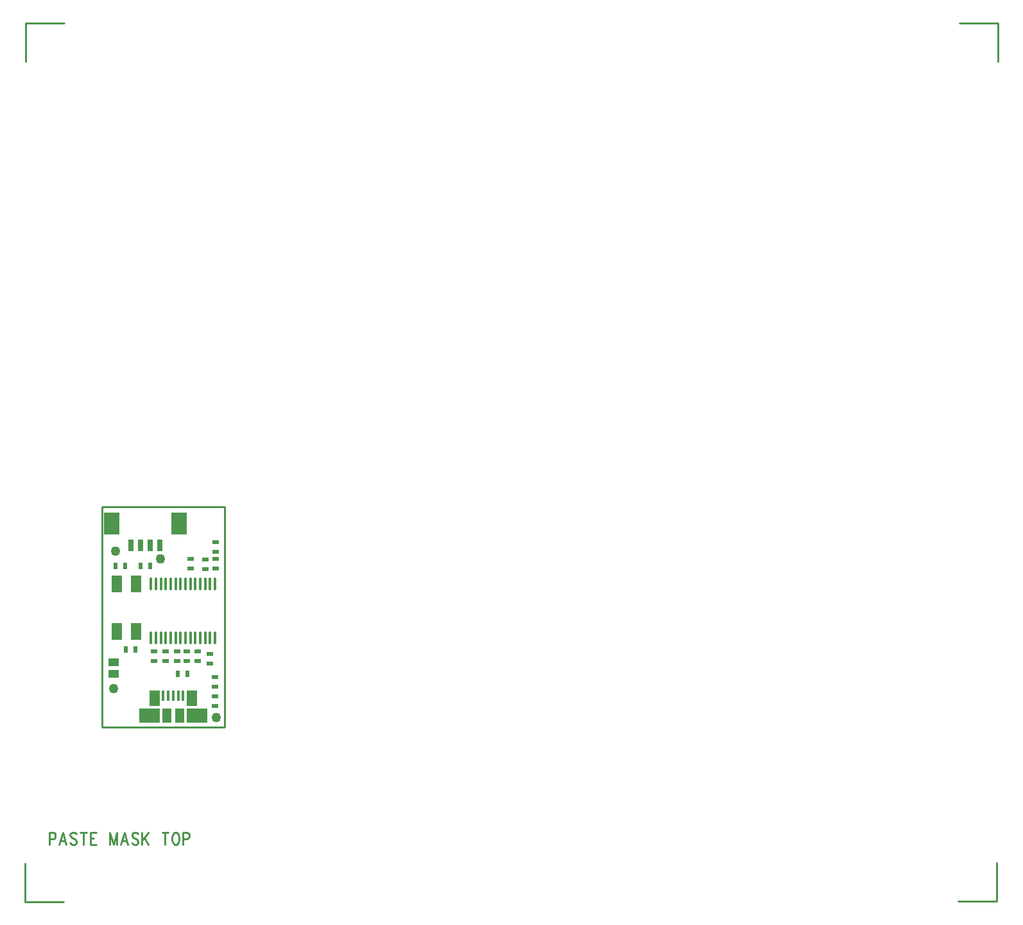
<source format=gbr>
*
*
G04 PADS 9.5 Build Number: 522968 generated Gerber (RS-274-X) file*
G04 PC Version=2.1*
*
%IN "UDA_7.pcb"*%
*
%MOIN*%
*
%FSLAX35Y35*%
*
*
*
*
G04 PC Standard Apertures*
*
*
G04 Thermal Relief Aperture macro.*
%AMTER*
1,1,$1,0,0*
1,0,$1-$2,0,0*
21,0,$3,$4,0,0,45*
21,0,$3,$4,0,0,135*
%
*
*
G04 Annular Aperture macro.*
%AMANN*
1,1,$1,0,0*
1,0,$2,0,0*
%
*
*
G04 Odd Aperture macro.*
%AMODD*
1,1,$1,0,0*
1,0,$1-0.005,0,0*
%
*
*
G04 PC Custom Aperture Macros*
*
*
*
*
*
*
G04 PC Aperture Table*
*
%ADD010C,0.001*%
%ADD011C,0.01*%
%ADD050R,0.035X0.024*%
%ADD051C,0.05*%
%ADD073R,0.02756X0.06299*%
%ADD074R,0.08268X0.11811*%
%ADD116R,0.05512X0.08661*%
%ADD118O,0.013X0.07*%
%ADD119R,0.01772X0.05433*%
%ADD120R,0.10866X0.0748*%
%ADD121R,0.05807X0.08268*%
%ADD122R,0.04626X0.0748*%
%ADD123R,0.024X0.035*%
%ADD124R,0.05709X0.04331*%
*
*
*
*
G04 PC Circuitry*
G04 Layer Name UDA_7.pcb - circuitry*
%LPD*%
*
*
G04 PC Custom Flashes*
G04 Layer Name UDA_7.pcb - flashes*
%LPD*%
*
*
G04 PC Circuitry*
G04 Layer Name UDA_7.pcb - circuitry*
%LPD*%
*
G54D10*
G54D11*
G01X1759843Y1408098D02*
Y1401535D01*
Y1408098D02*
X1761888D01*
X1762570Y1407785*
X1762797Y1407473*
X1763024Y1406848*
Y1405910*
X1762797Y1405285*
X1762570Y1404973*
X1761888Y1404660*
X1759843*
X1766888Y1408098D02*
X1765070Y1401535D01*
X1766888Y1408098D02*
X1768706Y1401535D01*
X1765752Y1403723D02*
X1768024D01*
X1773933Y1407160D02*
X1773479Y1407785D01*
X1772797Y1408098*
X1771888*
X1771206Y1407785*
X1770752Y1407160*
Y1406535*
X1770979Y1405910*
X1771206Y1405598*
X1771661Y1405285*
X1773024Y1404660*
X1773479Y1404348*
X1773706Y1404035*
X1773933Y1403410*
Y1402473*
X1773479Y1401848*
X1772797Y1401535*
X1771888*
X1771206Y1401848*
X1770752Y1402473*
X1777570Y1408098D02*
Y1401535D01*
X1775979Y1408098D02*
X1779161D01*
X1781206D02*
Y1401535D01*
Y1408098D02*
X1784161D01*
X1781206Y1404973D02*
X1783024D01*
X1781206Y1401535D02*
X1784161D01*
X1791433Y1408098D02*
Y1401535D01*
Y1408098D02*
X1793252Y1401535D01*
X1795070Y1408098D02*
X1793252Y1401535D01*
X1795070Y1408098D02*
Y1401535D01*
X1798933Y1408098D02*
X1797115Y1401535D01*
X1798933Y1408098D02*
X1800752Y1401535D01*
X1797797Y1403723D02*
X1800070D01*
X1805979Y1407160D02*
X1805524Y1407785D01*
X1804843Y1408098*
X1803933*
X1803252Y1407785*
X1802797Y1407160*
Y1406535*
X1803024Y1405910*
X1803252Y1405598*
X1803706Y1405285*
X1805070Y1404660*
X1805524Y1404348*
X1805752Y1404035*
X1805979Y1403410*
Y1402473*
X1805524Y1401848*
X1804843Y1401535*
X1803933*
X1803252Y1401848*
X1802797Y1402473*
X1808024Y1408098D02*
Y1401535D01*
X1811206Y1408098D02*
X1808024Y1403723D01*
X1809161Y1405285D02*
X1811206Y1401535D01*
X1820070Y1408098D02*
Y1401535D01*
X1818479Y1408098D02*
X1821661D01*
X1825070D02*
X1824615Y1407785D01*
X1824161Y1407160*
X1823933Y1406535*
X1823706Y1405598*
Y1404035*
X1823933Y1403098*
X1824161Y1402473*
X1824615Y1401848*
X1825070Y1401535*
X1825979*
X1826433Y1401848*
X1826888Y1402473*
X1827115Y1403098*
X1827343Y1404035*
Y1405598*
X1827115Y1406535*
X1826888Y1407160*
X1826433Y1407785*
X1825979Y1408098*
X1825070*
X1829388D02*
Y1401535D01*
Y1408098D02*
X1831433D01*
X1832115Y1407785*
X1832343Y1407473*
X1832570Y1406848*
Y1405910*
X1832343Y1405285*
X1832115Y1404973*
X1831433Y1404660*
X1829388*
X1787425Y1462776D02*
Y1576949D01*
X1850811*
Y1462776*
X1787425*
X1767520Y1828110D02*
X1747520D01*
Y1808110*
X1747441Y1391890D02*
Y1371890D01*
X1767441*
X2232087Y1372205D02*
X2252087D01*
Y1392205*
X2252559Y1808031D02*
Y1828031D01*
X2232559*
G54D50*
X1846122Y1558738D03*
Y1553778D03*
X1841081Y1544754D03*
Y1549714D03*
X1846176Y1544833D03*
Y1549794D03*
X1843331Y1500492D03*
Y1495531D03*
X1837090Y1501824D03*
Y1496864D03*
X1831364Y1501824D03*
Y1496864D03*
X1826323Y1501887D03*
Y1496926D03*
X1820224Y1496988D03*
Y1501949D03*
X1814436Y1496926D03*
Y1501887D03*
X1845931Y1473660D03*
Y1478620D03*
Y1488660D03*
Y1483699D03*
X1833265Y1544847D03*
Y1549808D03*
G54D51*
X1817666Y1550053D03*
X1794152Y1553916D03*
X1846677Y1467500D03*
X1793318Y1482532D03*
G54D73*
X1817167Y1556960D03*
X1812246D03*
X1807325D03*
X1802404D03*
G54D74*
X1827207Y1568377D03*
X1792364D03*
G54D116*
X1795102Y1536791D03*
Y1512382D03*
X1804945D03*
Y1536791D03*
G54D118*
X1812714Y1509012D03*
X1815274D03*
X1817834D03*
X1820394D03*
X1822954D03*
X1825514D03*
X1828074D03*
X1830634D03*
X1833194D03*
X1835754D03*
X1838314D03*
X1840874D03*
X1843434D03*
X1845994D03*
Y1537012D03*
X1843434D03*
X1840874D03*
X1838314D03*
X1835754D03*
X1833194D03*
X1830634D03*
X1828074D03*
X1825514D03*
X1822954D03*
X1820394D03*
X1817834D03*
X1815274D03*
X1812714D03*
G54D119*
X1819118Y1479114D03*
X1821677D03*
X1824236D03*
X1826795D03*
X1829354D03*
G54D120*
X1836480Y1468642D03*
X1812031D03*
G54D121*
X1833882Y1477736D03*
X1814512D03*
G54D122*
X1820890Y1468681D03*
X1827583D03*
G54D123*
X1826501Y1490251D03*
X1831462D03*
X1799157Y1546437D03*
X1794197D03*
X1804669Y1502933D03*
X1799709D03*
X1807386Y1546437D03*
X1812346D03*
G54D124*
X1793318Y1490130D03*
Y1496429D03*
X0Y0D02*
M02*

</source>
